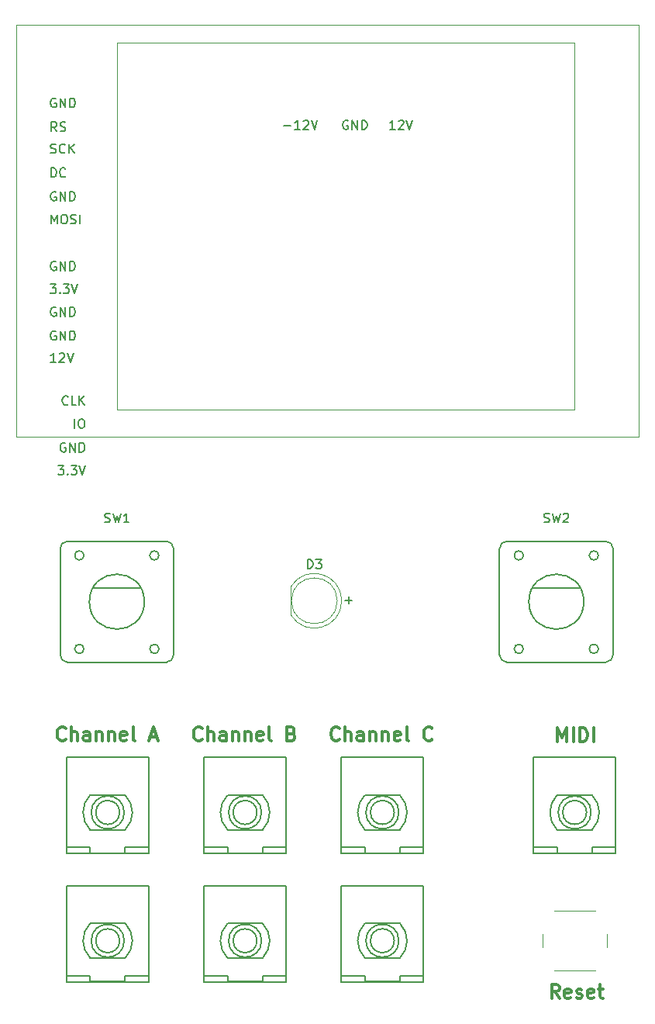
<source format=gbr>
G04 #@! TF.GenerationSoftware,KiCad,Pcbnew,(5.1.4)-1*
G04 #@! TF.CreationDate,2019-09-13T11:08:06+01:00*
G04 #@! TF.ProjectId,oscar,6f736361-722e-46b6-9963-61645f706362,rev?*
G04 #@! TF.SameCoordinates,Original*
G04 #@! TF.FileFunction,Legend,Top*
G04 #@! TF.FilePolarity,Positive*
%FSLAX46Y46*%
G04 Gerber Fmt 4.6, Leading zero omitted, Abs format (unit mm)*
G04 Created by KiCad (PCBNEW (5.1.4)-1) date 2019-09-13 11:08:06*
%MOMM*%
%LPD*%
G04 APERTURE LIST*
%ADD10C,0.150000*%
%ADD11C,0.300000*%
%ADD12C,0.200000*%
%ADD13C,0.120000*%
G04 APERTURE END LIST*
D10*
X161238095Y-61500000D02*
X161142857Y-61452380D01*
X161000000Y-61452380D01*
X160857142Y-61500000D01*
X160761904Y-61595238D01*
X160714285Y-61690476D01*
X160666666Y-61880952D01*
X160666666Y-62023809D01*
X160714285Y-62214285D01*
X160761904Y-62309523D01*
X160857142Y-62404761D01*
X161000000Y-62452380D01*
X161095238Y-62452380D01*
X161238095Y-62404761D01*
X161285714Y-62357142D01*
X161285714Y-62023809D01*
X161095238Y-62023809D01*
X161714285Y-62452380D02*
X161714285Y-61452380D01*
X162285714Y-62452380D01*
X162285714Y-61452380D01*
X162761904Y-62452380D02*
X162761904Y-61452380D01*
X163000000Y-61452380D01*
X163142857Y-61500000D01*
X163238095Y-61595238D01*
X163285714Y-61690476D01*
X163333333Y-61880952D01*
X163333333Y-62023809D01*
X163285714Y-62214285D01*
X163238095Y-62309523D01*
X163142857Y-62404761D01*
X163000000Y-62452380D01*
X162761904Y-62452380D01*
X154238095Y-62071428D02*
X155000000Y-62071428D01*
X156000000Y-62452380D02*
X155428571Y-62452380D01*
X155714285Y-62452380D02*
X155714285Y-61452380D01*
X155619047Y-61595238D01*
X155523809Y-61690476D01*
X155428571Y-61738095D01*
X156380952Y-61547619D02*
X156428571Y-61500000D01*
X156523809Y-61452380D01*
X156761904Y-61452380D01*
X156857142Y-61500000D01*
X156904761Y-61547619D01*
X156952380Y-61642857D01*
X156952380Y-61738095D01*
X156904761Y-61880952D01*
X156333333Y-62452380D01*
X156952380Y-62452380D01*
X157238095Y-61452380D02*
X157571428Y-62452380D01*
X157904761Y-61452380D01*
X166380952Y-62452380D02*
X165809523Y-62452380D01*
X166095238Y-62452380D02*
X166095238Y-61452380D01*
X166000000Y-61595238D01*
X165904761Y-61690476D01*
X165809523Y-61738095D01*
X166761904Y-61547619D02*
X166809523Y-61500000D01*
X166904761Y-61452380D01*
X167142857Y-61452380D01*
X167238095Y-61500000D01*
X167285714Y-61547619D01*
X167333333Y-61642857D01*
X167333333Y-61738095D01*
X167285714Y-61880952D01*
X166714285Y-62452380D01*
X167333333Y-62452380D01*
X167619047Y-61452380D02*
X167952380Y-62452380D01*
X168285714Y-61452380D01*
X160919047Y-113821428D02*
X161680952Y-113821428D01*
X161300000Y-114202380D02*
X161300000Y-113440476D01*
X130661904Y-92457142D02*
X130614285Y-92504761D01*
X130471428Y-92552380D01*
X130376190Y-92552380D01*
X130233333Y-92504761D01*
X130138095Y-92409523D01*
X130090476Y-92314285D01*
X130042857Y-92123809D01*
X130042857Y-91980952D01*
X130090476Y-91790476D01*
X130138095Y-91695238D01*
X130233333Y-91600000D01*
X130376190Y-91552380D01*
X130471428Y-91552380D01*
X130614285Y-91600000D01*
X130661904Y-91647619D01*
X131566666Y-92552380D02*
X131090476Y-92552380D01*
X131090476Y-91552380D01*
X131900000Y-92552380D02*
X131900000Y-91552380D01*
X132471428Y-92552380D02*
X132042857Y-91980952D01*
X132471428Y-91552380D02*
X131900000Y-92123809D01*
X131376190Y-95052380D02*
X131376190Y-94052380D01*
X132042857Y-94052380D02*
X132233333Y-94052380D01*
X132328571Y-94100000D01*
X132423809Y-94195238D01*
X132471428Y-94385714D01*
X132471428Y-94719047D01*
X132423809Y-94909523D01*
X132328571Y-95004761D01*
X132233333Y-95052380D01*
X132042857Y-95052380D01*
X131947619Y-95004761D01*
X131852380Y-94909523D01*
X131804761Y-94719047D01*
X131804761Y-94385714D01*
X131852380Y-94195238D01*
X131947619Y-94100000D01*
X132042857Y-94052380D01*
X130376190Y-96700000D02*
X130280952Y-96652380D01*
X130138095Y-96652380D01*
X129995237Y-96700000D01*
X129899999Y-96795238D01*
X129852380Y-96890476D01*
X129804761Y-97080952D01*
X129804761Y-97223809D01*
X129852380Y-97414285D01*
X129899999Y-97509523D01*
X129995237Y-97604761D01*
X130138095Y-97652380D01*
X130233333Y-97652380D01*
X130376190Y-97604761D01*
X130423809Y-97557142D01*
X130423809Y-97223809D01*
X130233333Y-97223809D01*
X130852380Y-97652380D02*
X130852380Y-96652380D01*
X131423809Y-97652380D01*
X131423809Y-96652380D01*
X131899999Y-97652380D02*
X131899999Y-96652380D01*
X132138095Y-96652380D01*
X132280952Y-96700000D01*
X132376190Y-96795238D01*
X132423809Y-96890476D01*
X132471428Y-97080952D01*
X132471428Y-97223809D01*
X132423809Y-97414285D01*
X132376190Y-97509523D01*
X132280952Y-97604761D01*
X132138095Y-97652380D01*
X131899999Y-97652380D01*
X129566666Y-99152380D02*
X130185714Y-99152380D01*
X129852380Y-99533333D01*
X129995237Y-99533333D01*
X130090476Y-99580952D01*
X130138095Y-99628571D01*
X130185714Y-99723809D01*
X130185714Y-99961904D01*
X130138095Y-100057142D01*
X130090476Y-100104761D01*
X129995237Y-100152380D01*
X129709523Y-100152380D01*
X129614285Y-100104761D01*
X129566666Y-100057142D01*
X130614285Y-100057142D02*
X130661904Y-100104761D01*
X130614285Y-100152380D01*
X130566666Y-100104761D01*
X130614285Y-100057142D01*
X130614285Y-100152380D01*
X130995237Y-99152380D02*
X131614285Y-99152380D01*
X131280952Y-99533333D01*
X131423809Y-99533333D01*
X131519047Y-99580952D01*
X131566666Y-99628571D01*
X131614285Y-99723809D01*
X131614285Y-99961904D01*
X131566666Y-100057142D01*
X131519047Y-100104761D01*
X131423809Y-100152380D01*
X131138095Y-100152380D01*
X131042857Y-100104761D01*
X130995237Y-100057142D01*
X131899999Y-99152380D02*
X132233333Y-100152380D01*
X132566666Y-99152380D01*
X129338095Y-76900000D02*
X129242857Y-76852380D01*
X129100000Y-76852380D01*
X128957142Y-76900000D01*
X128861904Y-76995238D01*
X128814285Y-77090476D01*
X128766666Y-77280952D01*
X128766666Y-77423809D01*
X128814285Y-77614285D01*
X128861904Y-77709523D01*
X128957142Y-77804761D01*
X129100000Y-77852380D01*
X129195238Y-77852380D01*
X129338095Y-77804761D01*
X129385714Y-77757142D01*
X129385714Y-77423809D01*
X129195238Y-77423809D01*
X129814285Y-77852380D02*
X129814285Y-76852380D01*
X130385714Y-77852380D01*
X130385714Y-76852380D01*
X130861904Y-77852380D02*
X130861904Y-76852380D01*
X131100000Y-76852380D01*
X131242857Y-76900000D01*
X131338095Y-76995238D01*
X131385714Y-77090476D01*
X131433333Y-77280952D01*
X131433333Y-77423809D01*
X131385714Y-77614285D01*
X131338095Y-77709523D01*
X131242857Y-77804761D01*
X131100000Y-77852380D01*
X130861904Y-77852380D01*
X129338095Y-69300000D02*
X129242857Y-69252380D01*
X129100000Y-69252380D01*
X128957142Y-69300000D01*
X128861904Y-69395238D01*
X128814285Y-69490476D01*
X128766666Y-69680952D01*
X128766666Y-69823809D01*
X128814285Y-70014285D01*
X128861904Y-70109523D01*
X128957142Y-70204761D01*
X129100000Y-70252380D01*
X129195238Y-70252380D01*
X129338095Y-70204761D01*
X129385714Y-70157142D01*
X129385714Y-69823809D01*
X129195238Y-69823809D01*
X129814285Y-70252380D02*
X129814285Y-69252380D01*
X130385714Y-70252380D01*
X130385714Y-69252380D01*
X130861904Y-70252380D02*
X130861904Y-69252380D01*
X131100000Y-69252380D01*
X131242857Y-69300000D01*
X131338095Y-69395238D01*
X131385714Y-69490476D01*
X131433333Y-69680952D01*
X131433333Y-69823809D01*
X131385714Y-70014285D01*
X131338095Y-70109523D01*
X131242857Y-70204761D01*
X131100000Y-70252380D01*
X130861904Y-70252380D01*
X128814286Y-72752380D02*
X128814286Y-71752380D01*
X129147619Y-72466666D01*
X129480953Y-71752380D01*
X129480953Y-72752380D01*
X130147619Y-71752380D02*
X130338095Y-71752380D01*
X130433334Y-71800000D01*
X130528572Y-71895238D01*
X130576191Y-72085714D01*
X130576191Y-72419047D01*
X130528572Y-72609523D01*
X130433334Y-72704761D01*
X130338095Y-72752380D01*
X130147619Y-72752380D01*
X130052381Y-72704761D01*
X129957143Y-72609523D01*
X129909524Y-72419047D01*
X129909524Y-72085714D01*
X129957143Y-71895238D01*
X130052381Y-71800000D01*
X130147619Y-71752380D01*
X130957143Y-72704761D02*
X131100000Y-72752380D01*
X131338095Y-72752380D01*
X131433334Y-72704761D01*
X131480953Y-72657142D01*
X131528572Y-72561904D01*
X131528572Y-72466666D01*
X131480953Y-72371428D01*
X131433334Y-72323809D01*
X131338095Y-72276190D01*
X131147619Y-72228571D01*
X131052381Y-72180952D01*
X131004762Y-72133333D01*
X130957143Y-72038095D01*
X130957143Y-71942857D01*
X131004762Y-71847619D01*
X131052381Y-71800000D01*
X131147619Y-71752380D01*
X131385715Y-71752380D01*
X131528572Y-71800000D01*
X131957143Y-72752380D02*
X131957143Y-71752380D01*
X128814286Y-67652380D02*
X128814286Y-66652380D01*
X129052381Y-66652380D01*
X129195238Y-66700000D01*
X129290476Y-66795238D01*
X129338095Y-66890476D01*
X129385714Y-67080952D01*
X129385714Y-67223809D01*
X129338095Y-67414285D01*
X129290476Y-67509523D01*
X129195238Y-67604761D01*
X129052381Y-67652380D01*
X128814286Y-67652380D01*
X130385714Y-67557142D02*
X130338095Y-67604761D01*
X130195238Y-67652380D01*
X130100000Y-67652380D01*
X129957143Y-67604761D01*
X129861905Y-67509523D01*
X129814286Y-67414285D01*
X129766667Y-67223809D01*
X129766667Y-67080952D01*
X129814286Y-66890476D01*
X129861905Y-66795238D01*
X129957143Y-66700000D01*
X130100000Y-66652380D01*
X130195238Y-66652380D01*
X130338095Y-66700000D01*
X130385714Y-66747619D01*
X128766666Y-65004761D02*
X128909523Y-65052380D01*
X129147619Y-65052380D01*
X129242857Y-65004761D01*
X129290476Y-64957142D01*
X129338095Y-64861904D01*
X129338095Y-64766666D01*
X129290476Y-64671428D01*
X129242857Y-64623809D01*
X129147619Y-64576190D01*
X128957142Y-64528571D01*
X128861904Y-64480952D01*
X128814285Y-64433333D01*
X128766666Y-64338095D01*
X128766666Y-64242857D01*
X128814285Y-64147619D01*
X128861904Y-64100000D01*
X128957142Y-64052380D01*
X129195238Y-64052380D01*
X129338095Y-64100000D01*
X130338095Y-64957142D02*
X130290476Y-65004761D01*
X130147619Y-65052380D01*
X130052381Y-65052380D01*
X129909523Y-65004761D01*
X129814285Y-64909523D01*
X129766666Y-64814285D01*
X129719047Y-64623809D01*
X129719047Y-64480952D01*
X129766666Y-64290476D01*
X129814285Y-64195238D01*
X129909523Y-64100000D01*
X130052381Y-64052380D01*
X130147619Y-64052380D01*
X130290476Y-64100000D01*
X130338095Y-64147619D01*
X130766666Y-65052380D02*
X130766666Y-64052380D01*
X131338095Y-65052380D02*
X130909523Y-64480952D01*
X131338095Y-64052380D02*
X130766666Y-64623809D01*
X129338095Y-59100000D02*
X129242857Y-59052380D01*
X129100000Y-59052380D01*
X128957142Y-59100000D01*
X128861904Y-59195238D01*
X128814285Y-59290476D01*
X128766666Y-59480952D01*
X128766666Y-59623809D01*
X128814285Y-59814285D01*
X128861904Y-59909523D01*
X128957142Y-60004761D01*
X129100000Y-60052380D01*
X129195238Y-60052380D01*
X129338095Y-60004761D01*
X129385714Y-59957142D01*
X129385714Y-59623809D01*
X129195238Y-59623809D01*
X129814285Y-60052380D02*
X129814285Y-59052380D01*
X130385714Y-60052380D01*
X130385714Y-59052380D01*
X130861904Y-60052380D02*
X130861904Y-59052380D01*
X131100000Y-59052380D01*
X131242857Y-59100000D01*
X131338095Y-59195238D01*
X131385714Y-59290476D01*
X131433333Y-59480952D01*
X131433333Y-59623809D01*
X131385714Y-59814285D01*
X131338095Y-59909523D01*
X131242857Y-60004761D01*
X131100000Y-60052380D01*
X130861904Y-60052380D01*
X129338095Y-87852380D02*
X128766666Y-87852380D01*
X129052381Y-87852380D02*
X129052381Y-86852380D01*
X128957143Y-86995238D01*
X128861904Y-87090476D01*
X128766666Y-87138095D01*
X129719047Y-86947619D02*
X129766666Y-86900000D01*
X129861904Y-86852380D01*
X130100000Y-86852380D01*
X130195238Y-86900000D01*
X130242857Y-86947619D01*
X130290476Y-87042857D01*
X130290476Y-87138095D01*
X130242857Y-87280952D01*
X129671428Y-87852380D01*
X130290476Y-87852380D01*
X130576190Y-86852380D02*
X130909523Y-87852380D01*
X131242857Y-86852380D01*
X129338095Y-84500000D02*
X129242857Y-84452380D01*
X129100000Y-84452380D01*
X128957142Y-84500000D01*
X128861904Y-84595238D01*
X128814285Y-84690476D01*
X128766666Y-84880952D01*
X128766666Y-85023809D01*
X128814285Y-85214285D01*
X128861904Y-85309523D01*
X128957142Y-85404761D01*
X129100000Y-85452380D01*
X129195238Y-85452380D01*
X129338095Y-85404761D01*
X129385714Y-85357142D01*
X129385714Y-85023809D01*
X129195238Y-85023809D01*
X129814285Y-85452380D02*
X129814285Y-84452380D01*
X130385714Y-85452380D01*
X130385714Y-84452380D01*
X130861904Y-85452380D02*
X130861904Y-84452380D01*
X131100000Y-84452380D01*
X131242857Y-84500000D01*
X131338095Y-84595238D01*
X131385714Y-84690476D01*
X131433333Y-84880952D01*
X131433333Y-85023809D01*
X131385714Y-85214285D01*
X131338095Y-85309523D01*
X131242857Y-85404761D01*
X131100000Y-85452380D01*
X130861904Y-85452380D01*
X129338095Y-81900000D02*
X129242857Y-81852380D01*
X129100000Y-81852380D01*
X128957142Y-81900000D01*
X128861904Y-81995238D01*
X128814285Y-82090476D01*
X128766666Y-82280952D01*
X128766666Y-82423809D01*
X128814285Y-82614285D01*
X128861904Y-82709523D01*
X128957142Y-82804761D01*
X129100000Y-82852380D01*
X129195238Y-82852380D01*
X129338095Y-82804761D01*
X129385714Y-82757142D01*
X129385714Y-82423809D01*
X129195238Y-82423809D01*
X129814285Y-82852380D02*
X129814285Y-81852380D01*
X130385714Y-82852380D01*
X130385714Y-81852380D01*
X130861904Y-82852380D02*
X130861904Y-81852380D01*
X131100000Y-81852380D01*
X131242857Y-81900000D01*
X131338095Y-81995238D01*
X131385714Y-82090476D01*
X131433333Y-82280952D01*
X131433333Y-82423809D01*
X131385714Y-82614285D01*
X131338095Y-82709523D01*
X131242857Y-82804761D01*
X131100000Y-82852380D01*
X130861904Y-82852380D01*
X128719047Y-79352380D02*
X129338095Y-79352380D01*
X129004761Y-79733333D01*
X129147618Y-79733333D01*
X129242857Y-79780952D01*
X129290476Y-79828571D01*
X129338095Y-79923809D01*
X129338095Y-80161904D01*
X129290476Y-80257142D01*
X129242857Y-80304761D01*
X129147618Y-80352380D01*
X128861904Y-80352380D01*
X128766666Y-80304761D01*
X128719047Y-80257142D01*
X129766666Y-80257142D02*
X129814285Y-80304761D01*
X129766666Y-80352380D01*
X129719047Y-80304761D01*
X129766666Y-80257142D01*
X129766666Y-80352380D01*
X130147618Y-79352380D02*
X130766666Y-79352380D01*
X130433333Y-79733333D01*
X130576190Y-79733333D01*
X130671428Y-79780952D01*
X130719047Y-79828571D01*
X130766666Y-79923809D01*
X130766666Y-80161904D01*
X130719047Y-80257142D01*
X130671428Y-80304761D01*
X130576190Y-80352380D01*
X130290476Y-80352380D01*
X130195238Y-80304761D01*
X130147618Y-80257142D01*
X131052380Y-79352380D02*
X131385714Y-80352380D01*
X131719047Y-79352380D01*
X129433333Y-62652380D02*
X129100000Y-62176190D01*
X128861904Y-62652380D02*
X128861904Y-61652380D01*
X129242857Y-61652380D01*
X129338095Y-61700000D01*
X129385714Y-61747619D01*
X129433333Y-61842857D01*
X129433333Y-61985714D01*
X129385714Y-62080952D01*
X129338095Y-62128571D01*
X129242857Y-62176190D01*
X128861904Y-62176190D01*
X129814285Y-62604761D02*
X129957142Y-62652380D01*
X130195238Y-62652380D01*
X130290476Y-62604761D01*
X130338095Y-62557142D01*
X130385714Y-62461904D01*
X130385714Y-62366666D01*
X130338095Y-62271428D01*
X130290476Y-62223809D01*
X130195238Y-62176190D01*
X130004761Y-62128571D01*
X129909523Y-62080952D01*
X129861904Y-62033333D01*
X129814285Y-61938095D01*
X129814285Y-61842857D01*
X129861904Y-61747619D01*
X129909523Y-61700000D01*
X130004761Y-61652380D01*
X130242857Y-61652380D01*
X130385714Y-61700000D01*
D11*
X184135714Y-129278571D02*
X184135714Y-127778571D01*
X184635714Y-128850000D01*
X185135714Y-127778571D01*
X185135714Y-129278571D01*
X185850000Y-129278571D02*
X185850000Y-127778571D01*
X186564285Y-129278571D02*
X186564285Y-127778571D01*
X186921428Y-127778571D01*
X187135714Y-127850000D01*
X187278571Y-127992857D01*
X187350000Y-128135714D01*
X187421428Y-128421428D01*
X187421428Y-128635714D01*
X187350000Y-128921428D01*
X187278571Y-129064285D01*
X187135714Y-129207142D01*
X186921428Y-129278571D01*
X186564285Y-129278571D01*
X188064285Y-129278571D02*
X188064285Y-127778571D01*
X184342857Y-157278571D02*
X183842857Y-156564285D01*
X183485714Y-157278571D02*
X183485714Y-155778571D01*
X184057142Y-155778571D01*
X184200000Y-155850000D01*
X184271428Y-155921428D01*
X184342857Y-156064285D01*
X184342857Y-156278571D01*
X184271428Y-156421428D01*
X184200000Y-156492857D01*
X184057142Y-156564285D01*
X183485714Y-156564285D01*
X185557142Y-157207142D02*
X185414285Y-157278571D01*
X185128571Y-157278571D01*
X184985714Y-157207142D01*
X184914285Y-157064285D01*
X184914285Y-156492857D01*
X184985714Y-156350000D01*
X185128571Y-156278571D01*
X185414285Y-156278571D01*
X185557142Y-156350000D01*
X185628571Y-156492857D01*
X185628571Y-156635714D01*
X184914285Y-156778571D01*
X186200000Y-157207142D02*
X186342857Y-157278571D01*
X186628571Y-157278571D01*
X186771428Y-157207142D01*
X186842857Y-157064285D01*
X186842857Y-156992857D01*
X186771428Y-156850000D01*
X186628571Y-156778571D01*
X186414285Y-156778571D01*
X186271428Y-156707142D01*
X186200000Y-156564285D01*
X186200000Y-156492857D01*
X186271428Y-156350000D01*
X186414285Y-156278571D01*
X186628571Y-156278571D01*
X186771428Y-156350000D01*
X188057142Y-157207142D02*
X187914285Y-157278571D01*
X187628571Y-157278571D01*
X187485714Y-157207142D01*
X187414285Y-157064285D01*
X187414285Y-156492857D01*
X187485714Y-156350000D01*
X187628571Y-156278571D01*
X187914285Y-156278571D01*
X188057142Y-156350000D01*
X188128571Y-156492857D01*
X188128571Y-156635714D01*
X187414285Y-156778571D01*
X188557142Y-156278571D02*
X189128571Y-156278571D01*
X188771428Y-155778571D02*
X188771428Y-157064285D01*
X188842857Y-157207142D01*
X188985714Y-157278571D01*
X189128571Y-157278571D01*
X160292857Y-129035714D02*
X160221428Y-129107142D01*
X160007142Y-129178571D01*
X159864285Y-129178571D01*
X159650000Y-129107142D01*
X159507142Y-128964285D01*
X159435714Y-128821428D01*
X159364285Y-128535714D01*
X159364285Y-128321428D01*
X159435714Y-128035714D01*
X159507142Y-127892857D01*
X159650000Y-127750000D01*
X159864285Y-127678571D01*
X160007142Y-127678571D01*
X160221428Y-127750000D01*
X160292857Y-127821428D01*
X160935714Y-129178571D02*
X160935714Y-127678571D01*
X161578571Y-129178571D02*
X161578571Y-128392857D01*
X161507142Y-128250000D01*
X161364285Y-128178571D01*
X161150000Y-128178571D01*
X161007142Y-128250000D01*
X160935714Y-128321428D01*
X162935714Y-129178571D02*
X162935714Y-128392857D01*
X162864285Y-128250000D01*
X162721428Y-128178571D01*
X162435714Y-128178571D01*
X162292857Y-128250000D01*
X162935714Y-129107142D02*
X162792857Y-129178571D01*
X162435714Y-129178571D01*
X162292857Y-129107142D01*
X162221428Y-128964285D01*
X162221428Y-128821428D01*
X162292857Y-128678571D01*
X162435714Y-128607142D01*
X162792857Y-128607142D01*
X162935714Y-128535714D01*
X163650000Y-128178571D02*
X163650000Y-129178571D01*
X163650000Y-128321428D02*
X163721428Y-128250000D01*
X163864285Y-128178571D01*
X164078571Y-128178571D01*
X164221428Y-128250000D01*
X164292857Y-128392857D01*
X164292857Y-129178571D01*
X165007142Y-128178571D02*
X165007142Y-129178571D01*
X165007142Y-128321428D02*
X165078571Y-128250000D01*
X165221428Y-128178571D01*
X165435714Y-128178571D01*
X165578571Y-128250000D01*
X165650000Y-128392857D01*
X165650000Y-129178571D01*
X166935714Y-129107142D02*
X166792857Y-129178571D01*
X166507142Y-129178571D01*
X166364285Y-129107142D01*
X166292857Y-128964285D01*
X166292857Y-128392857D01*
X166364285Y-128250000D01*
X166507142Y-128178571D01*
X166792857Y-128178571D01*
X166935714Y-128250000D01*
X167007142Y-128392857D01*
X167007142Y-128535714D01*
X166292857Y-128678571D01*
X167864285Y-129178571D02*
X167721428Y-129107142D01*
X167650000Y-128964285D01*
X167650000Y-127678571D01*
X170435714Y-129035714D02*
X170364285Y-129107142D01*
X170150000Y-129178571D01*
X170007142Y-129178571D01*
X169792857Y-129107142D01*
X169650000Y-128964285D01*
X169578571Y-128821428D01*
X169507142Y-128535714D01*
X169507142Y-128321428D01*
X169578571Y-128035714D01*
X169650000Y-127892857D01*
X169792857Y-127750000D01*
X170007142Y-127678571D01*
X170150000Y-127678571D01*
X170364285Y-127750000D01*
X170435714Y-127821428D01*
X145292857Y-129035714D02*
X145221428Y-129107142D01*
X145007142Y-129178571D01*
X144864285Y-129178571D01*
X144650000Y-129107142D01*
X144507142Y-128964285D01*
X144435714Y-128821428D01*
X144364285Y-128535714D01*
X144364285Y-128321428D01*
X144435714Y-128035714D01*
X144507142Y-127892857D01*
X144650000Y-127750000D01*
X144864285Y-127678571D01*
X145007142Y-127678571D01*
X145221428Y-127750000D01*
X145292857Y-127821428D01*
X145935714Y-129178571D02*
X145935714Y-127678571D01*
X146578571Y-129178571D02*
X146578571Y-128392857D01*
X146507142Y-128250000D01*
X146364285Y-128178571D01*
X146150000Y-128178571D01*
X146007142Y-128250000D01*
X145935714Y-128321428D01*
X147935714Y-129178571D02*
X147935714Y-128392857D01*
X147864285Y-128250000D01*
X147721428Y-128178571D01*
X147435714Y-128178571D01*
X147292857Y-128250000D01*
X147935714Y-129107142D02*
X147792857Y-129178571D01*
X147435714Y-129178571D01*
X147292857Y-129107142D01*
X147221428Y-128964285D01*
X147221428Y-128821428D01*
X147292857Y-128678571D01*
X147435714Y-128607142D01*
X147792857Y-128607142D01*
X147935714Y-128535714D01*
X148650000Y-128178571D02*
X148650000Y-129178571D01*
X148650000Y-128321428D02*
X148721428Y-128250000D01*
X148864285Y-128178571D01*
X149078571Y-128178571D01*
X149221428Y-128250000D01*
X149292857Y-128392857D01*
X149292857Y-129178571D01*
X150007142Y-128178571D02*
X150007142Y-129178571D01*
X150007142Y-128321428D02*
X150078571Y-128250000D01*
X150221428Y-128178571D01*
X150435714Y-128178571D01*
X150578571Y-128250000D01*
X150650000Y-128392857D01*
X150650000Y-129178571D01*
X151935714Y-129107142D02*
X151792857Y-129178571D01*
X151507142Y-129178571D01*
X151364285Y-129107142D01*
X151292857Y-128964285D01*
X151292857Y-128392857D01*
X151364285Y-128250000D01*
X151507142Y-128178571D01*
X151792857Y-128178571D01*
X151935714Y-128250000D01*
X152007142Y-128392857D01*
X152007142Y-128535714D01*
X151292857Y-128678571D01*
X152864285Y-129178571D02*
X152721428Y-129107142D01*
X152650000Y-128964285D01*
X152650000Y-127678571D01*
X155078571Y-128392857D02*
X155292857Y-128464285D01*
X155364285Y-128535714D01*
X155435714Y-128678571D01*
X155435714Y-128892857D01*
X155364285Y-129035714D01*
X155292857Y-129107142D01*
X155150000Y-129178571D01*
X154578571Y-129178571D01*
X154578571Y-127678571D01*
X155078571Y-127678571D01*
X155221428Y-127750000D01*
X155292857Y-127821428D01*
X155364285Y-127964285D01*
X155364285Y-128107142D01*
X155292857Y-128250000D01*
X155221428Y-128321428D01*
X155078571Y-128392857D01*
X154578571Y-128392857D01*
X130400000Y-129035714D02*
X130328571Y-129107142D01*
X130114285Y-129178571D01*
X129971428Y-129178571D01*
X129757142Y-129107142D01*
X129614285Y-128964285D01*
X129542857Y-128821428D01*
X129471428Y-128535714D01*
X129471428Y-128321428D01*
X129542857Y-128035714D01*
X129614285Y-127892857D01*
X129757142Y-127750000D01*
X129971428Y-127678571D01*
X130114285Y-127678571D01*
X130328571Y-127750000D01*
X130400000Y-127821428D01*
X131042857Y-129178571D02*
X131042857Y-127678571D01*
X131685714Y-129178571D02*
X131685714Y-128392857D01*
X131614285Y-128250000D01*
X131471428Y-128178571D01*
X131257142Y-128178571D01*
X131114285Y-128250000D01*
X131042857Y-128321428D01*
X133042857Y-129178571D02*
X133042857Y-128392857D01*
X132971428Y-128250000D01*
X132828571Y-128178571D01*
X132542857Y-128178571D01*
X132400000Y-128250000D01*
X133042857Y-129107142D02*
X132900000Y-129178571D01*
X132542857Y-129178571D01*
X132400000Y-129107142D01*
X132328571Y-128964285D01*
X132328571Y-128821428D01*
X132400000Y-128678571D01*
X132542857Y-128607142D01*
X132900000Y-128607142D01*
X133042857Y-128535714D01*
X133757142Y-128178571D02*
X133757142Y-129178571D01*
X133757142Y-128321428D02*
X133828571Y-128250000D01*
X133971428Y-128178571D01*
X134185714Y-128178571D01*
X134328571Y-128250000D01*
X134400000Y-128392857D01*
X134400000Y-129178571D01*
X135114285Y-128178571D02*
X135114285Y-129178571D01*
X135114285Y-128321428D02*
X135185714Y-128250000D01*
X135328571Y-128178571D01*
X135542857Y-128178571D01*
X135685714Y-128250000D01*
X135757142Y-128392857D01*
X135757142Y-129178571D01*
X137042857Y-129107142D02*
X136900000Y-129178571D01*
X136614285Y-129178571D01*
X136471428Y-129107142D01*
X136400000Y-128964285D01*
X136400000Y-128392857D01*
X136471428Y-128250000D01*
X136614285Y-128178571D01*
X136900000Y-128178571D01*
X137042857Y-128250000D01*
X137114285Y-128392857D01*
X137114285Y-128535714D01*
X136400000Y-128678571D01*
X137971428Y-129178571D02*
X137828571Y-129107142D01*
X137757142Y-128964285D01*
X137757142Y-127678571D01*
X139614285Y-128750000D02*
X140328571Y-128750000D01*
X139471428Y-129178571D02*
X139971428Y-127678571D01*
X140471428Y-129178571D01*
D10*
X136300000Y-137000000D02*
G75*
G03X136300000Y-137000000I-1300000J0D01*
G01*
X130500000Y-131000000D02*
X139500000Y-131000000D01*
X130500000Y-141500000D02*
X139500000Y-141500000D01*
X130500000Y-131000000D02*
X130500000Y-141500000D01*
X139500000Y-131000000D02*
X139500000Y-141500000D01*
X136796051Y-137000000D02*
G75*
G03X136796051Y-137000000I-1796051J0D01*
G01*
X133095000Y-135095000D02*
X136905000Y-135095000D01*
X136905000Y-138905000D02*
X133095000Y-138905000D01*
X133095000Y-135095000D02*
G75*
G03X133095000Y-138905000I1905000J-1905000D01*
G01*
X136905000Y-138905000D02*
G75*
G03X136905000Y-135095000I-1905000J1905000D01*
G01*
X136905000Y-140810000D02*
X139445000Y-140810000D01*
X136905000Y-141445000D02*
X136905000Y-140810000D01*
X133095000Y-141445000D02*
X136905000Y-141445000D01*
X133095000Y-140810000D02*
X133095000Y-141445000D01*
X130555000Y-140810000D02*
X133095000Y-140810000D01*
X151300000Y-137000000D02*
G75*
G03X151300000Y-137000000I-1300000J0D01*
G01*
X145500000Y-131000000D02*
X154500000Y-131000000D01*
X145500000Y-141500000D02*
X154500000Y-141500000D01*
X145500000Y-131000000D02*
X145500000Y-141500000D01*
X154500000Y-131000000D02*
X154500000Y-141500000D01*
X151796051Y-137000000D02*
G75*
G03X151796051Y-137000000I-1796051J0D01*
G01*
X148095000Y-135095000D02*
X151905000Y-135095000D01*
X151905000Y-138905000D02*
X148095000Y-138905000D01*
X148095000Y-135095000D02*
G75*
G03X148095000Y-138905000I1905000J-1905000D01*
G01*
X151905000Y-138905000D02*
G75*
G03X151905000Y-135095000I-1905000J1905000D01*
G01*
X151905000Y-140810000D02*
X154445000Y-140810000D01*
X151905000Y-141445000D02*
X151905000Y-140810000D01*
X148095000Y-141445000D02*
X151905000Y-141445000D01*
X148095000Y-140810000D02*
X148095000Y-141445000D01*
X145555000Y-140810000D02*
X148095000Y-140810000D01*
X166300000Y-137000000D02*
G75*
G03X166300000Y-137000000I-1300000J0D01*
G01*
X160500000Y-131000000D02*
X169500000Y-131000000D01*
X160500000Y-141500000D02*
X169500000Y-141500000D01*
X160500000Y-131000000D02*
X160500000Y-141500000D01*
X169500000Y-131000000D02*
X169500000Y-141500000D01*
X166796051Y-137000000D02*
G75*
G03X166796051Y-137000000I-1796051J0D01*
G01*
X163095000Y-135095000D02*
X166905000Y-135095000D01*
X166905000Y-138905000D02*
X163095000Y-138905000D01*
X163095000Y-135095000D02*
G75*
G03X163095000Y-138905000I1905000J-1905000D01*
G01*
X166905000Y-138905000D02*
G75*
G03X166905000Y-135095000I-1905000J1905000D01*
G01*
X166905000Y-140810000D02*
X169445000Y-140810000D01*
X166905000Y-141445000D02*
X166905000Y-140810000D01*
X163095000Y-141445000D02*
X166905000Y-141445000D01*
X163095000Y-140810000D02*
X163095000Y-141445000D01*
X160555000Y-140810000D02*
X163095000Y-140810000D01*
X130555000Y-154810000D02*
X133095000Y-154810000D01*
X133095000Y-154810000D02*
X133095000Y-155445000D01*
X133095000Y-155445000D02*
X136905000Y-155445000D01*
X136905000Y-155445000D02*
X136905000Y-154810000D01*
X136905000Y-154810000D02*
X139445000Y-154810000D01*
X136905000Y-152905000D02*
G75*
G03X136905000Y-149095000I-1905000J1905000D01*
G01*
X133095000Y-149095000D02*
G75*
G03X133095000Y-152905000I1905000J-1905000D01*
G01*
X136905000Y-152905000D02*
X133095000Y-152905000D01*
X133095000Y-149095000D02*
X136905000Y-149095000D01*
X136796051Y-151000000D02*
G75*
G03X136796051Y-151000000I-1796051J0D01*
G01*
X139500000Y-145000000D02*
X139500000Y-155500000D01*
X130500000Y-145000000D02*
X130500000Y-155500000D01*
X130500000Y-155500000D02*
X139500000Y-155500000D01*
X130500000Y-145000000D02*
X139500000Y-145000000D01*
X136300000Y-151000000D02*
G75*
G03X136300000Y-151000000I-1300000J0D01*
G01*
X145555000Y-154810000D02*
X148095000Y-154810000D01*
X148095000Y-154810000D02*
X148095000Y-155445000D01*
X148095000Y-155445000D02*
X151905000Y-155445000D01*
X151905000Y-155445000D02*
X151905000Y-154810000D01*
X151905000Y-154810000D02*
X154445000Y-154810000D01*
X151905000Y-152905000D02*
G75*
G03X151905000Y-149095000I-1905000J1905000D01*
G01*
X148095000Y-149095000D02*
G75*
G03X148095000Y-152905000I1905000J-1905000D01*
G01*
X151905000Y-152905000D02*
X148095000Y-152905000D01*
X148095000Y-149095000D02*
X151905000Y-149095000D01*
X151796051Y-151000000D02*
G75*
G03X151796051Y-151000000I-1796051J0D01*
G01*
X154500000Y-145000000D02*
X154500000Y-155500000D01*
X145500000Y-145000000D02*
X145500000Y-155500000D01*
X145500000Y-155500000D02*
X154500000Y-155500000D01*
X145500000Y-145000000D02*
X154500000Y-145000000D01*
X151300000Y-151000000D02*
G75*
G03X151300000Y-151000000I-1300000J0D01*
G01*
X160555000Y-154810000D02*
X163095000Y-154810000D01*
X163095000Y-154810000D02*
X163095000Y-155445000D01*
X163095000Y-155445000D02*
X166905000Y-155445000D01*
X166905000Y-155445000D02*
X166905000Y-154810000D01*
X166905000Y-154810000D02*
X169445000Y-154810000D01*
X166905000Y-152905000D02*
G75*
G03X166905000Y-149095000I-1905000J1905000D01*
G01*
X163095000Y-149095000D02*
G75*
G03X163095000Y-152905000I1905000J-1905000D01*
G01*
X166905000Y-152905000D02*
X163095000Y-152905000D01*
X163095000Y-149095000D02*
X166905000Y-149095000D01*
X166796051Y-151000000D02*
G75*
G03X166796051Y-151000000I-1796051J0D01*
G01*
X169500000Y-145000000D02*
X169500000Y-155500000D01*
X160500000Y-145000000D02*
X160500000Y-155500000D01*
X160500000Y-155500000D02*
X169500000Y-155500000D01*
X160500000Y-145000000D02*
X169500000Y-145000000D01*
X166300000Y-151000000D02*
G75*
G03X166300000Y-151000000I-1300000J0D01*
G01*
X181555000Y-140810000D02*
X184095000Y-140810000D01*
X184095000Y-140810000D02*
X184095000Y-141445000D01*
X184095000Y-141445000D02*
X187905000Y-141445000D01*
X187905000Y-141445000D02*
X187905000Y-140810000D01*
X187905000Y-140810000D02*
X190445000Y-140810000D01*
X187905000Y-138905000D02*
G75*
G03X187905000Y-135095000I-1905000J1905000D01*
G01*
X184095000Y-135095000D02*
G75*
G03X184095000Y-138905000I1905000J-1905000D01*
G01*
X187905000Y-138905000D02*
X184095000Y-138905000D01*
X184095000Y-135095000D02*
X187905000Y-135095000D01*
X187796051Y-137000000D02*
G75*
G03X187796051Y-137000000I-1796051J0D01*
G01*
X190500000Y-131000000D02*
X190500000Y-141500000D01*
X181500000Y-131000000D02*
X181500000Y-141500000D01*
X181500000Y-141500000D02*
X190500000Y-141500000D01*
X181500000Y-131000000D02*
X190500000Y-131000000D01*
X187300000Y-137000000D02*
G75*
G03X187300000Y-137000000I-1300000J0D01*
G01*
D12*
X139000000Y-114000000D02*
G75*
G03X139000000Y-114000000I-3000000J0D01*
G01*
X133400000Y-112500000D02*
X138600000Y-112500000D01*
X142200000Y-108200000D02*
G75*
G03X141400000Y-107400000I-800000J0D01*
G01*
X141400000Y-120600000D02*
G75*
G03X142200000Y-119800000I0J800000D01*
G01*
X129800000Y-119800000D02*
G75*
G03X130600000Y-120600000I800000J0D01*
G01*
X130600000Y-107400000D02*
G75*
G03X129800000Y-108200000I0J-800000D01*
G01*
X130600000Y-120600000D02*
X141400000Y-120600000D01*
X130600000Y-107400000D02*
X141400000Y-107400000D01*
X142200000Y-108200000D02*
X142200000Y-119800000D01*
X129800000Y-119800000D02*
X129800000Y-108200000D01*
X132400000Y-108950000D02*
G75*
G03X132400000Y-108950000I-500000J0D01*
G01*
X140600000Y-108950000D02*
G75*
G03X140600000Y-108950000I-500000J0D01*
G01*
X140600000Y-119150000D02*
G75*
G03X140600000Y-119150000I-500000J0D01*
G01*
X132400000Y-119150000D02*
G75*
G03X132400000Y-119150000I-500000J0D01*
G01*
X180400000Y-119150000D02*
G75*
G03X180400000Y-119150000I-500000J0D01*
G01*
X188600000Y-119150000D02*
G75*
G03X188600000Y-119150000I-500000J0D01*
G01*
X188600000Y-108950000D02*
G75*
G03X188600000Y-108950000I-500000J0D01*
G01*
X180400000Y-108950000D02*
G75*
G03X180400000Y-108950000I-500000J0D01*
G01*
X177800000Y-119800000D02*
X177800000Y-108200000D01*
X190200000Y-108200000D02*
X190200000Y-119800000D01*
X178600000Y-107400000D02*
X189400000Y-107400000D01*
X178600000Y-120600000D02*
X189400000Y-120600000D01*
X178600000Y-107400000D02*
G75*
G03X177800000Y-108200000I0J-800000D01*
G01*
X177800000Y-119800000D02*
G75*
G03X178600000Y-120600000I800000J0D01*
G01*
X189400000Y-120600000D02*
G75*
G03X190200000Y-119800000I0J800000D01*
G01*
X190200000Y-108200000D02*
G75*
G03X189400000Y-107400000I-800000J0D01*
G01*
X181400000Y-112500000D02*
X186600000Y-112500000D01*
X187000000Y-114000000D02*
G75*
G03X187000000Y-114000000I-3000000J0D01*
G01*
D13*
X189500000Y-151750000D02*
X189500000Y-150250000D01*
X188250000Y-147750000D02*
X183750000Y-147750000D01*
X182500000Y-150250000D02*
X182500000Y-151750000D01*
X183750000Y-154250000D02*
X188250000Y-154250000D01*
X125000000Y-96000000D02*
X125000000Y-51000000D01*
X193000000Y-96000000D02*
X125000000Y-96000000D01*
X193000000Y-51000000D02*
X193000000Y-96000000D01*
X125000000Y-51000000D02*
X193000000Y-51000000D01*
X136000000Y-93000000D02*
X136000000Y-53000000D01*
X186000000Y-93000000D02*
X136000000Y-93000000D01*
X186000000Y-53000000D02*
X186000000Y-93000000D01*
X136000000Y-53000000D02*
X186000000Y-53000000D01*
X155010000Y-112355000D02*
X155010000Y-115445000D01*
X160070000Y-113900000D02*
G75*
G03X160070000Y-113900000I-2500000J0D01*
G01*
X160560000Y-113899538D02*
G75*
G02X155010000Y-115444830I-2990000J-462D01*
G01*
X160560000Y-113900462D02*
G75*
G03X155010000Y-112355170I-2990000J462D01*
G01*
D12*
X134666666Y-105304761D02*
X134809523Y-105352380D01*
X135047619Y-105352380D01*
X135142857Y-105304761D01*
X135190476Y-105257142D01*
X135238095Y-105161904D01*
X135238095Y-105066666D01*
X135190476Y-104971428D01*
X135142857Y-104923809D01*
X135047619Y-104876190D01*
X134857142Y-104828571D01*
X134761904Y-104780952D01*
X134714285Y-104733333D01*
X134666666Y-104638095D01*
X134666666Y-104542857D01*
X134714285Y-104447619D01*
X134761904Y-104400000D01*
X134857142Y-104352380D01*
X135095238Y-104352380D01*
X135238095Y-104400000D01*
X135571428Y-104352380D02*
X135809523Y-105352380D01*
X136000000Y-104638095D01*
X136190476Y-105352380D01*
X136428571Y-104352380D01*
X137333333Y-105352380D02*
X136761904Y-105352380D01*
X137047619Y-105352380D02*
X137047619Y-104352380D01*
X136952380Y-104495238D01*
X136857142Y-104590476D01*
X136761904Y-104638095D01*
X182666666Y-105304761D02*
X182809523Y-105352380D01*
X183047619Y-105352380D01*
X183142857Y-105304761D01*
X183190476Y-105257142D01*
X183238095Y-105161904D01*
X183238095Y-105066666D01*
X183190476Y-104971428D01*
X183142857Y-104923809D01*
X183047619Y-104876190D01*
X182857142Y-104828571D01*
X182761904Y-104780952D01*
X182714285Y-104733333D01*
X182666666Y-104638095D01*
X182666666Y-104542857D01*
X182714285Y-104447619D01*
X182761904Y-104400000D01*
X182857142Y-104352380D01*
X183095238Y-104352380D01*
X183238095Y-104400000D01*
X183571428Y-104352380D02*
X183809523Y-105352380D01*
X184000000Y-104638095D01*
X184190476Y-105352380D01*
X184428571Y-104352380D01*
X184761904Y-104447619D02*
X184809523Y-104400000D01*
X184904761Y-104352380D01*
X185142857Y-104352380D01*
X185238095Y-104400000D01*
X185285714Y-104447619D01*
X185333333Y-104542857D01*
X185333333Y-104638095D01*
X185285714Y-104780952D01*
X184714285Y-105352380D01*
X185333333Y-105352380D01*
D10*
X156831904Y-110392380D02*
X156831904Y-109392380D01*
X157070000Y-109392380D01*
X157212857Y-109440000D01*
X157308095Y-109535238D01*
X157355714Y-109630476D01*
X157403333Y-109820952D01*
X157403333Y-109963809D01*
X157355714Y-110154285D01*
X157308095Y-110249523D01*
X157212857Y-110344761D01*
X157070000Y-110392380D01*
X156831904Y-110392380D01*
X157736666Y-109392380D02*
X158355714Y-109392380D01*
X158022380Y-109773333D01*
X158165238Y-109773333D01*
X158260476Y-109820952D01*
X158308095Y-109868571D01*
X158355714Y-109963809D01*
X158355714Y-110201904D01*
X158308095Y-110297142D01*
X158260476Y-110344761D01*
X158165238Y-110392380D01*
X157879523Y-110392380D01*
X157784285Y-110344761D01*
X157736666Y-110297142D01*
M02*

</source>
